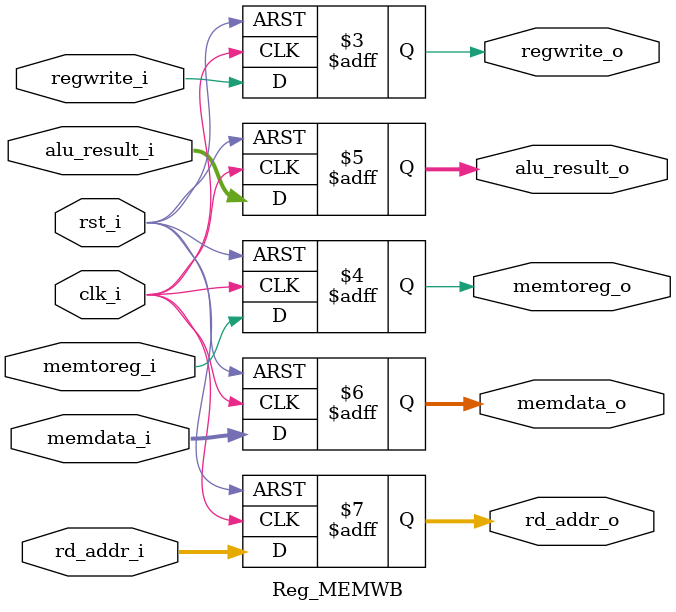
<source format=v>
module Reg_MEMWB (
    rst_i,
    clk_i,
    regwrite_i,
    memtoreg_i,
    alu_result_i,
    memdata_i,
    rd_addr_i,
    regwrite_o,
    memtoreg_o,
    alu_result_o,
    memdata_o,
    rd_addr_o
);

// Inputs
input rst_i;
input clk_i;
input regwrite_i;
input memtoreg_i;
input [31:0] alu_result_i;
input [31:0] memdata_i;
input [4:0] rd_addr_i;

// Outputs
output reg regwrite_o;
output reg memtoreg_o;
output reg [31:0] alu_result_o;
output reg [31:0] memdata_o;
output reg [4:0] rd_addr_o;

always @(posedge clk_i or negedge rst_i)
    if (~rst_i) begin
        regwrite_o <= 1'b0;
        memtoreg_o <= 1'b0;
        alu_result_o <= 32'b0;
        memdata_o <= 32'b0;
        rd_addr_o <= 5'b0;
    end
    else begin
        regwrite_o <= regwrite_i;
        memtoreg_o <= memtoreg_i;
        alu_result_o <= alu_result_i;
        memdata_o <= memdata_i;
        rd_addr_o <= rd_addr_i;
    end
    
endmodule
</source>
